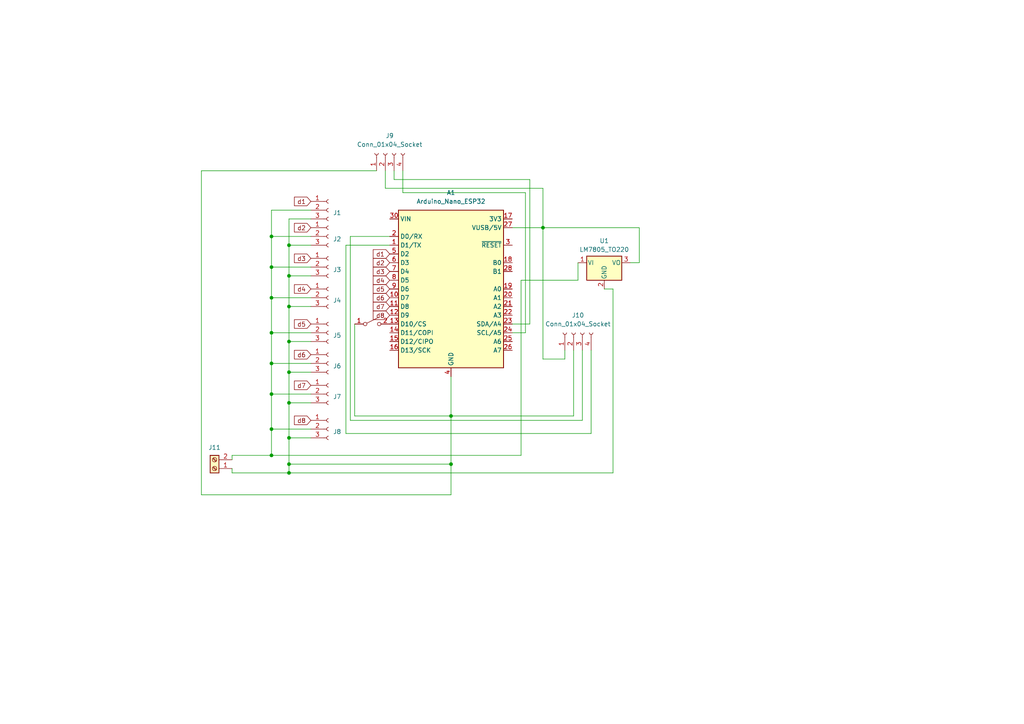
<source format=kicad_sch>
(kicad_sch (version 20231120) (generator "eeschema") (generator_version "8.0")
  (paper "A4")
  (lib_symbols
    (symbol "Connector:Conn_01x03_Socket" (pin_names (offset 1.016) hide)
      (property "Reference" "J" (at 0 5.08 0))
      (property "Value" "Conn_01x03_Socket" (at 0 -5.08 0))
      (symbol "Conn_01x03_Socket_1_1"
        (arc (start 0 -2.032) (mid -0.5058 -2.54) (end 0 -3.048) (stroke (width 0.1524)))
        (polyline (pts (xy -1.27 -2.54) (xy -0.508 -2.54)) (stroke (width 0.1524)))
        (polyline (pts (xy -1.27 0) (xy -0.508 0)) (stroke (width 0.1524)))
        (polyline (pts (xy -1.27 2.54) (xy -0.508 2.54)) (stroke (width 0.1524)))
        (arc (start 0 0.508) (mid -0.5058 0) (end 0 -0.508) (stroke (width 0.1524)))
        (arc (start 0 3.048) (mid -0.5058 2.54) (end 0 2.032) (stroke (width 0.1524)))
        (pin passive line (at -5.08 2.54 0) (length 3.81) (name "Pin_1") (number "1"))
        (pin passive line (at -5.08 0 0) (length 3.81) (name "Pin_2") (number "2"))
        (pin passive line (at -5.08 -2.54 0) (length 3.81) (name "Pin_3") (number "3"))
      )
    )
    (symbol "Connector:Conn_01x04_Socket" (pin_names (offset 1.016) hide)
      (property "Reference" "J" (at 0 5.08 0))
      (property "Value" "Conn_01x04_Socket" (at 0 -7.62 0))
      (symbol "Conn_01x04_Socket_1_1"
        (arc (start 0 -4.572) (mid -0.5058 -5.08) (end 0 -5.588) (stroke (width 0.1524)))
        (arc (start 0 -2.032) (mid -0.5058 -2.54) (end 0 -3.048) (stroke (width 0.1524)))
        (polyline (pts (xy -1.27 -5.08) (xy -0.508 -5.08)) (stroke (width 0.1524)))
        (polyline (pts (xy -1.27 -2.54) (xy -0.508 -2.54)) (stroke (width 0.1524)))
        (polyline (pts (xy -1.27 0) (xy -0.508 0)) (stroke (width 0.1524)))
        (polyline (pts (xy -1.27 2.54) (xy -0.508 2.54)) (stroke (width 0.1524)))
        (arc (start 0 0.508) (mid -0.5058 0) (end 0 -0.508) (stroke (width 0.1524)))
        (arc (start 0 3.048) (mid -0.5058 2.54) (end 0 2.032) (stroke (width 0.1524)))
        (pin passive line (at -5.08 2.54 0) (length 3.81) (name "Pin_1") (number "1"))
        (pin passive line (at -5.08 0 0) (length 3.81) (name "Pin_2") (number "2"))
        (pin passive line (at -5.08 -2.54 0) (length 3.81) (name "Pin_3") (number "3"))
        (pin passive line (at -5.08 -5.08 0) (length 3.81) (name "Pin_4") (number "4"))
      )
    )
    (symbol "Connector:Screw_Terminal_01x02" (pin_names (offset 1.016) hide)
      (property "Reference" "J" (at 0 2.54 0))
      (property "Value" "Screw_Terminal_01x02" (at 0 -5.08 0))
      (symbol "Screw_Terminal_01x02_1_1"
        (rectangle (start -1.27 1.27) (end 1.27 -3.81) (stroke (width 0.254)) (fill (type background)))
        (circle (center 0 -2.54) (radius 0.635) (stroke (width 0.1524)))
        (polyline (pts (xy -0.5334 -2.2098) (xy 0.3302 -3.048)) (stroke (width 0.1524)))
        (polyline (pts (xy -0.5334 0.3302) (xy 0.3302 -0.508)) (stroke (width 0.1524)))
        (polyline (pts (xy -0.3556 -2.032) (xy 0.508 -2.8702)) (stroke (width 0.1524)))
        (polyline (pts (xy -0.3556 0.508) (xy 0.508 -0.3302)) (stroke (width 0.1524)))
        (circle (center 0 0) (radius 0.635) (stroke (width 0.1524)))
        (pin passive line (at -5.08 0 0) (length 3.81) (name "Pin_1") (number "1"))
        (pin passive line (at -5.08 -2.54 0) (length 3.81) (name "Pin_2") (number "2"))
      )
    )
    (symbol "MCU_Module:Arduino_Nano_ESP32"
      (property "Reference" "A" (at -14.986 23.622 0))
      (property "Value" "Arduino_Nano_ESP32" (at 3.81 -25.654 0))
      (symbol "Arduino_Nano_ESP32_0_1"
        (rectangle (start -15.24 22.86) (end 15.24 -22.86) (stroke (width 0.254)) (fill (type background)))
      )
      (symbol "Arduino_Nano_ESP32_1_1"
        (pin bidirectional line (at -17.78 12.7 0) (length 2.54) (name "D1/TX") (number "1"))
        (pin bidirectional line (at -17.78 -2.54 0) (length 2.54) (name "D7") (number "10"))
        (pin bidirectional line (at -17.78 -5.08 0) (length 2.54) (name "D8") (number "11"))
        (pin bidirectional line (at -17.78 -7.62 0) (length 2.54) (name "D9") (number "12"))
        (pin bidirectional line (at -17.78 -10.16 0) (length 2.54) (name "D10/CS") (number "13"))
        (pin bidirectional line (at -17.78 -12.7 0) (length 2.54) (name "D11/COPI") (number "14"))
        (pin bidirectional line (at -17.78 -15.24 0) (length 2.54) (name "D12/CIPO") (number "15"))
        (pin bidirectional line (at -17.78 -17.78 0) (length 2.54) (name "D13/SCK") (number "16"))
        (pin power_out line (at 17.78 20.32 180) (length 2.54) (name "3V3") (number "17"))
        (pin bidirectional line (at 17.78 7.62 180) (length 2.54) (name "B0") (number "18"))
        (pin bidirectional line (at 17.78 0 180) (length 2.54) (name "A0") (number "19"))
        (pin bidirectional line (at -17.78 15.24 0) (length 2.54) (name "D0/RX") (number "2"))
        (pin bidirectional line (at 17.78 -2.54 180) (length 2.54) (name "A1") (number "20"))
        (pin bidirectional line (at 17.78 -5.08 180) (length 2.54) (name "A2") (number "21"))
        (pin bidirectional line (at 17.78 -7.62 180) (length 2.54) (name "A3") (number "22"))
        (pin bidirectional line (at 17.78 -10.16 180) (length 2.54) (name "SDA/A4") (number "23"))
        (pin bidirectional line (at 17.78 -12.7 180) (length 2.54) (name "SCL/A5") (number "24"))
        (pin bidirectional line (at 17.78 -15.24 180) (length 2.54) (name "A6") (number "25"))
        (pin bidirectional line (at 17.78 -17.78 180) (length 2.54) (name "A7") (number "26"))
        (pin power_out line (at 17.78 17.78 180) (length 2.54) (name "VUSB/5V") (number "27"))
        (pin bidirectional line (at 17.78 5.08 180) (length 2.54) (name "B1") (number "28"))
        (pin passive line (at 0 -25.4 90) (length 2.54) hide (name "GND") (number "29"))
        (pin input line (at 17.78 12.7 180) (length 2.54) (name "~{RESET}") (number "3"))
        (pin power_in line (at -17.78 20.32 0) (length 2.54) (name "VIN") (number "30"))
        (pin power_in line (at 0 -25.4 90) (length 2.54) (name "GND") (number "4"))
        (pin bidirectional line (at -17.78 10.16 0) (length 2.54) (name "D2") (number "5"))
        (pin bidirectional line (at -17.78 7.62 0) (length 2.54) (name "D3") (number "6"))
        (pin bidirectional line (at -17.78 5.08 0) (length 2.54) (name "D4") (number "7"))
        (pin bidirectional line (at -17.78 2.54 0) (length 2.54) (name "D5") (number "8"))
        (pin bidirectional line (at -17.78 0 0) (length 2.54) (name "D6") (number "9"))
      )
    )
    (symbol "Regulator_Linear:LM7805_TO220" (pin_names (offset 0.254))
      (property "Reference" "U" (at -3.81 3.175 0))
      (property "Value" "LM7805_TO220" (at 0 3.175 0))
      (symbol "LM7805_TO220_0_1"
        (rectangle (start -5.08 1.905) (end 5.08 -5.08) (stroke (width 0.254)) (fill (type background)))
      )
      (symbol "LM7805_TO220_1_1"
        (pin power_in line (at -7.62 0 0) (length 2.54) (name "VI") (number "1"))
        (pin power_in line (at 0 -7.62 90) (length 2.54) (name "GND") (number "2"))
        (pin power_out line (at 7.62 0 180) (length 2.54) (name "VO") (number "3"))
      )
    )
    (symbol "Switch:SW_SPST" (pin_names (offset 0) hide)
      (property "Reference" "SW" (at 0 3.175 0))
      (property "Value" "SW_SPST" (at 0 -2.54 0))
      (symbol "SW_SPST_0_0"
        (circle (center -2.032 0) (radius 0.508))
        (polyline (pts (xy -1.524 0.254) (xy 1.524 1.778)))
        (circle (center 2.032 0) (radius 0.508))
      )
      (symbol "SW_SPST_1_1"
        (pin passive line (at -5.08 0 0) (length 2.54) (name "A") (number "1"))
        (pin passive line (at 5.08 0 180) (length 2.54) (name "B") (number "2"))
      )
    )
  )
  (junction (at 78.74 124.46))
  (junction (at 130.81 120.65))
  (junction (at 83.82 127))
  (junction (at 83.82 88.9))
  (junction (at 78.74 77.47))
  (junction (at 83.82 71.12))
  (junction (at 83.82 134.62))
  (junction (at 83.82 137.16))
  (junction (at 83.82 99.06))
  (junction (at 83.82 107.95))
  (junction (at 130.81 134.62))
  (junction (at 83.82 80.01))
  (junction (at 78.74 114.3))
  (junction (at 78.74 86.36))
  (junction (at 78.74 68.58))
  (junction (at 78.74 132.08))
  (junction (at 78.74 105.41))
  (junction (at 157.48 66.04))
  (junction (at 78.74 96.52))
  (junction (at 83.82 116.84))
  (wire (pts (xy 78.74 105.41) (xy 90.17 105.41)))
  (wire (pts (xy 130.81 109.22) (xy 130.81 120.65)))
  (wire (pts (xy 100.33 125.73) (xy 171.45 125.73)))
  (wire (pts (xy 151.13 132.08) (xy 78.74 132.08)))
  (wire (pts (xy 157.48 66.04) (xy 148.59 66.04)))
  (wire (pts (xy 153.67 93.98) (xy 153.67 52.07)))
  (wire (pts (xy 78.74 68.58) (xy 78.74 77.47)))
  (wire (pts (xy 153.67 52.07) (xy 114.3 52.07)))
  (wire (pts (xy 83.82 107.95) (xy 90.17 107.95)))
  (wire (pts (xy 78.74 124.46) (xy 90.17 124.46)))
  (wire (pts (xy 67.31 135.89) (xy 67.31 137.16)))
  (wire (pts (xy 83.82 127) (xy 83.82 134.62)))
  (wire (pts (xy 168.91 121.92) (xy 168.91 101.6)))
  (wire (pts (xy 114.3 52.07) (xy 114.3 49.53)))
  (wire (pts (xy 83.82 116.84) (xy 90.17 116.84)))
  (wire (pts (xy 152.4 55.88) (xy 152.4 96.52)))
  (wire (pts (xy 167.64 76.2) (xy 167.64 81.28)))
  (wire (pts (xy 78.74 114.3) (xy 90.17 114.3)))
  (wire (pts (xy 67.31 132.08) (xy 67.31 133.35)))
  (wire (pts (xy 109.22 49.53) (xy 58.42 49.53)))
  (wire (pts (xy 130.81 120.65) (xy 166.37 120.65)))
  (wire (pts (xy 166.37 120.65) (xy 166.37 101.6)))
  (wire (pts (xy 102.87 93.98) (xy 102.87 120.65)))
  (wire (pts (xy 171.45 125.73) (xy 171.45 101.6)))
  (wire (pts (xy 58.42 49.53) (xy 58.42 143.51)))
  (wire (pts (xy 78.74 86.36) (xy 90.17 86.36)))
  (wire (pts (xy 111.76 49.53) (xy 111.76 54.61)))
  (wire (pts (xy 90.17 63.5) (xy 83.82 63.5)))
  (wire (pts (xy 78.74 96.52) (xy 78.74 105.41)))
  (wire (pts (xy 83.82 88.9) (xy 83.82 99.06)))
  (wire (pts (xy 157.48 54.61) (xy 157.48 66.04)))
  (wire (pts (xy 113.03 68.58) (xy 101.6 68.58)))
  (wire (pts (xy 111.76 54.61) (xy 157.48 54.61)))
  (wire (pts (xy 167.64 81.28) (xy 151.13 81.28)))
  (wire (pts (xy 152.4 96.52) (xy 148.59 96.52)))
  (wire (pts (xy 130.81 120.65) (xy 130.81 134.62)))
  (wire (pts (xy 78.74 77.47) (xy 78.74 86.36)))
  (wire (pts (xy 78.74 86.36) (xy 78.74 96.52)))
  (wire (pts (xy 78.74 60.96) (xy 78.74 68.58)))
  (wire (pts (xy 78.74 96.52) (xy 90.17 96.52)))
  (wire (pts (xy 102.87 120.65) (xy 130.81 120.65)))
  (wire (pts (xy 83.82 88.9) (xy 90.17 88.9)))
  (wire (pts (xy 83.82 99.06) (xy 90.17 99.06)))
  (wire (pts (xy 130.81 134.62) (xy 83.82 134.62)))
  (wire (pts (xy 67.31 137.16) (xy 83.82 137.16)))
  (wire (pts (xy 83.82 137.16) (xy 177.8 137.16)))
  (wire (pts (xy 157.48 104.14) (xy 163.83 104.14)))
  (wire (pts (xy 78.74 68.58) (xy 90.17 68.58)))
  (wire (pts (xy 148.59 93.98) (xy 153.67 93.98)))
  (wire (pts (xy 100.33 71.12) (xy 100.33 125.73)))
  (wire (pts (xy 151.13 81.28) (xy 151.13 132.08)))
  (wire (pts (xy 78.74 132.08) (xy 67.31 132.08)))
  (wire (pts (xy 157.48 66.04) (xy 157.48 104.14)))
  (wire (pts (xy 83.82 99.06) (xy 83.82 107.95)))
  (wire (pts (xy 130.81 143.51) (xy 130.81 134.62)))
  (wire (pts (xy 116.84 55.88) (xy 152.4 55.88)))
  (wire (pts (xy 90.17 127) (xy 83.82 127)))
  (wire (pts (xy 83.82 71.12) (xy 83.82 80.01)))
  (wire (pts (xy 116.84 49.53) (xy 116.84 55.88)))
  (wire (pts (xy 177.8 83.82) (xy 175.26 83.82)))
  (wire (pts (xy 83.82 80.01) (xy 83.82 88.9)))
  (wire (pts (xy 58.42 143.51) (xy 130.81 143.51)))
  (wire (pts (xy 177.8 137.16) (xy 177.8 83.82)))
  (wire (pts (xy 185.42 66.04) (xy 185.42 76.2)))
  (wire (pts (xy 113.03 71.12) (xy 100.33 71.12)))
  (wire (pts (xy 83.82 80.01) (xy 90.17 80.01)))
  (wire (pts (xy 157.48 66.04) (xy 185.42 66.04)))
  (wire (pts (xy 78.74 114.3) (xy 78.74 124.46)))
  (wire (pts (xy 163.83 104.14) (xy 163.83 101.6)))
  (wire (pts (xy 90.17 60.96) (xy 78.74 60.96)))
  (wire (pts (xy 83.82 134.62) (xy 83.82 137.16)))
  (wire (pts (xy 83.82 107.95) (xy 83.82 116.84)))
  (wire (pts (xy 83.82 116.84) (xy 83.82 127)))
  (wire (pts (xy 83.82 63.5) (xy 83.82 71.12)))
  (wire (pts (xy 90.17 77.47) (xy 78.74 77.47)))
  (wire (pts (xy 83.82 71.12) (xy 90.17 71.12)))
  (wire (pts (xy 101.6 121.92) (xy 168.91 121.92)))
  (wire (pts (xy 101.6 68.58) (xy 101.6 121.92)))
  (wire (pts (xy 78.74 124.46) (xy 78.74 132.08)))
  (wire (pts (xy 78.74 105.41) (xy 78.74 114.3)))
  (wire (pts (xy 185.42 76.2) (xy 182.88 76.2)))
  (global_label "d7" (shape input) (at 113.03 88.9 180) (property "Intersheetrefs" "${INTERSHEET_REFS}" (effects (hide yes))))
  (global_label "d1" (shape input) (at 113.03 73.66 180) (property "Intersheetrefs" "${INTERSHEET_REFS}" (effects (hide yes))))
  (global_label "d5" (shape input) (at 90.17 93.98 180) (property "Intersheetrefs" "${INTERSHEET_REFS}" (effects (hide yes))))
  (global_label "d5" (shape input) (at 113.03 83.82 180) (property "Intersheetrefs" "${INTERSHEET_REFS}" (effects (hide yes))))
  (global_label "d2" (shape input) (at 113.03 76.2 180) (property "Intersheetrefs" "${INTERSHEET_REFS}" (effects (hide yes))))
  (global_label "d3" (shape input) (at 90.17 74.93 180) (property "Intersheetrefs" "${INTERSHEET_REFS}" (effects (hide yes))))
  (global_label "d4" (shape input) (at 90.17 83.82 180) (property "Intersheetrefs" "${INTERSHEET_REFS}" (effects (hide yes))))
  (global_label "d1" (shape input) (at 90.17 58.42 180) (property "Intersheetrefs" "${INTERSHEET_REFS}" (effects (hide yes))))
  (global_label "d6" (shape input) (at 113.03 86.36 180) (property "Intersheetrefs" "${INTERSHEET_REFS}" (effects (hide yes))))
  (global_label "d3" (shape input) (at 113.03 78.74 180) (property "Intersheetrefs" "${INTERSHEET_REFS}" (effects (hide yes))))
  (global_label "d8" (shape input) (at 90.17 121.92 180) (property "Intersheetrefs" "${INTERSHEET_REFS}" (effects (hide yes))))
  (global_label "d4" (shape input) (at 113.03 81.28 180) (property "Intersheetrefs" "${INTERSHEET_REFS}" (effects (hide yes))))
  (global_label "d8" (shape input) (at 113.03 91.44 180) (property "Intersheetrefs" "${INTERSHEET_REFS}" (effects (hide yes))))
  (global_label "d7" (shape input) (at 90.17 111.76 180) (property "Intersheetrefs" "${INTERSHEET_REFS}" (effects (hide yes))))
  (global_label "d6" (shape input) (at 90.17 102.87 180) (property "Intersheetrefs" "${INTERSHEET_REFS}" (effects (hide yes))))
  (global_label "d2" (shape input) (at 90.17 66.04 180) (property "Intersheetrefs" "${INTERSHEET_REFS}" (effects (hide yes))))
  (symbol (lib_id "Connector:Conn_01x03_Socket") (at 95.25 96.52 0) (unit 1)
    (property "Reference" "J5" (at 97.79 97.282 0))
    (property "Value" "Conn_01x03_Socket" (effects (hide yes)))
    (property "Footprint" "Connector_PinHeader_2.54mm:PinHeader_1x03_P2.54mm_Vertical" (effects (hide yes)))
    (property "Description" "Generic connector, single row, 01x03, script generated" (effects (hide yes)))
  )
  (symbol (lib_id "Regulator_Linear:LM7805_TO220") (at 175.26 76.2 0) (unit 1)
    (property "Reference" "U1" (at 175.26 69.85 0))
    (property "Value" "LM7805_TO220" (at 175.26 72.39 0))
    (property "Footprint" "Package_TO_SOT_THT:TO-220-3_Vertical" (effects (hide yes)))
    (property "Datasheet" "https://www.onsemi.cn/PowerSolutions/document/MC7800-D.PDF" (effects (hide yes)))
    (property "Description" "Positive 1A 35V Linear Regulator, Fixed Output 5V, TO-220" (effects (hide yes)))
  )
  (symbol (lib_id "Connector:Conn_01x04_Socket") (at 166.37 96.52 90) (unit 1)
    (property "Reference" "J10" (at 167.64 91.44 90))
    (property "Value" "Conn_01x04_Socket" (at 167.64 93.98 90))
    (property "Footprint" "Connector_PinHeader_2.54mm:PinHeader_1x04_P2.54mm_Vertical" (effects (hide yes)))
    (property "Description" "Generic connector, single row, 01x04, script generated" (effects (hide yes)))
  )
  (symbol (lib_id "Connector:Conn_01x03_Socket") (at 95.25 124.46 0) (unit 1)
    (property "Reference" "J8" (at 97.79 125.222 0))
    (property "Value" "Conn_01x03_Socket" (effects (hide yes)))
    (property "Footprint" "Connector_PinHeader_2.54mm:PinHeader_1x03_P2.54mm_Vertical" (effects (hide yes)))
    (property "Description" "Generic connector, single row, 01x03, script generated" (effects (hide yes)))
  )
  (symbol (lib_id "Connector:Conn_01x03_Socket") (at 95.25 77.47 0) (unit 1)
    (property "Reference" "J3" (at 97.79 78.232 0))
    (property "Value" "Conn_01x03_Socket" (effects (hide yes)))
    (property "Footprint" "Connector_PinHeader_2.54mm:PinHeader_1x03_P2.54mm_Vertical" (effects (hide yes)))
    (property "Description" "Generic connector, single row, 01x03, script generated" (effects (hide yes)))
  )
  (symbol (lib_id "Connector:Conn_01x03_Socket") (at 95.25 105.41 0) (unit 1)
    (property "Reference" "J6" (at 97.79 106.172 0))
    (property "Value" "Conn_01x03_Socket" (effects (hide yes)))
    (property "Footprint" "Connector_PinHeader_2.54mm:PinHeader_1x03_P2.54mm_Vertical" (effects (hide yes)))
    (property "Description" "Generic connector, single row, 01x03, script generated" (effects (hide yes)))
  )
  (symbol (lib_id "Connector:Conn_01x04_Socket") (at 111.76 44.45 90) (unit 1)
    (property "Reference" "J9" (at 113.03 39.37 90))
    (property "Value" "Conn_01x04_Socket" (at 113.03 41.91 90))
    (property "Footprint" "Connector_PinHeader_2.54mm:PinHeader_1x04_P2.54mm_Vertical" (effects (hide yes)))
    (property "Description" "Generic connector, single row, 01x04, script generated" (effects (hide yes)))
  )
  (symbol (lib_id "Connector:Screw_Terminal_01x02") (at 62.23 135.89 180) (unit 1)
    (property "Reference" "J11" (at 62.23 129.794 0))
    (property "Value" "Screw_Terminal_01x02" (effects (hide yes)))
    (property "Footprint" "TerminalBlock_Phoenix:TerminalBlock_Phoenix_MKDS-1,5-2-5.08_1x02_P5.08mm_Horizontal" (effects (hide yes)))
    (property "Description" "Generic screw terminal, single row, 01x02, script generated (kicad-library-utils/schlib/autogen/connector/)" (effects (hide yes)))
  )
  (symbol (lib_id "Connector:Conn_01x03_Socket") (at 95.25 86.36 0) (unit 1)
    (property "Reference" "J4" (at 97.79 87.122 0))
    (property "Value" "Conn_01x03_Socket" (effects (hide yes)))
    (property "Footprint" "Connector_PinHeader_2.54mm:PinHeader_1x03_P2.54mm_Vertical" (effects (hide yes)))
    (property "Description" "Generic connector, single row, 01x03, script generated" (effects (hide yes)))
  )
  (symbol (lib_id "Switch:SW_SPST") (at 107.95 93.98 0) (unit 1)
    (property "Reference" "SW1" (effects (hide yes)))
    (property "Value" "SW_SPST" (effects (hide yes)))
    (property "Footprint" "Button_Switch_THT:SW_PUSH_6mm_H4.3mm" (effects (hide yes)))
    (property "Description" "Single Pole Single Throw (SPST) switch" (effects (hide yes)))
  )
  (symbol (lib_id "Connector:Conn_01x03_Socket") (at 95.25 60.96 0) (unit 1)
    (property "Reference" "J1" (at 97.79 61.722 0))
    (property "Value" "Conn_01x03_Socket" (effects (hide yes)))
    (property "Footprint" "Connector_PinHeader_2.54mm:PinHeader_1x03_P2.54mm_Vertical" (effects (hide yes)))
    (property "Description" "Generic connector, single row, 01x03, script generated" (effects (hide yes)))
  )
  (symbol (lib_id "Connector:Conn_01x03_Socket") (at 95.25 68.58 0) (unit 1)
    (property "Reference" "J2" (at 97.79 69.342 0))
    (property "Value" "Conn_01x03_Socket" (effects (hide yes)))
    (property "Footprint" "Connector_PinHeader_2.54mm:PinHeader_1x03_P2.54mm_Vertical" (effects (hide yes)))
    (property "Description" "Generic connector, single row, 01x03, script generated" (effects (hide yes)))
  )
  (symbol (lib_id "Connector:Conn_01x03_Socket") (at 95.25 114.3 0) (unit 1)
    (property "Reference" "J7" (at 97.79 115.062 0))
    (property "Value" "Conn_01x03_Socket" (effects (hide yes)))
    (property "Footprint" "Connector_PinHeader_2.54mm:PinHeader_1x03_P2.54mm_Vertical" (effects (hide yes)))
    (property "Description" "Generic connector, single row, 01x03, script generated" (effects (hide yes)))
  )
  (symbol (lib_id "MCU_Module:Arduino_Nano_ESP32") (at 130.81 83.82 0) (unit 1)
    (property "Reference" "A1" (at 130.81 55.88 0))
    (property "Value" "Arduino_Nano_ESP32" (at 130.81 58.42 0))
    (property "Footprint" "Module:Arduino_Nano" (effects (hide yes)))
    (property "Datasheet" "https://docs.arduino.cc/resources/datasheets/ABX00083-datasheet.pdf" (effects (hide yes)))
    (property "Description" "Arduino Nano board based on the ESP32-S3 with a dual-core 240 MHz processor, 384 kB ROM, 512 kB SRAM. Operates at 3.3V, with 5V USB-C® input and 6-21V VIN. Features Wi-Fi®, Bluetooth® LE, digital and analog pins, and supports SPI, I2C, UART, I2S, and CAN." (effects (hide yes)))
  )
)
</source>
